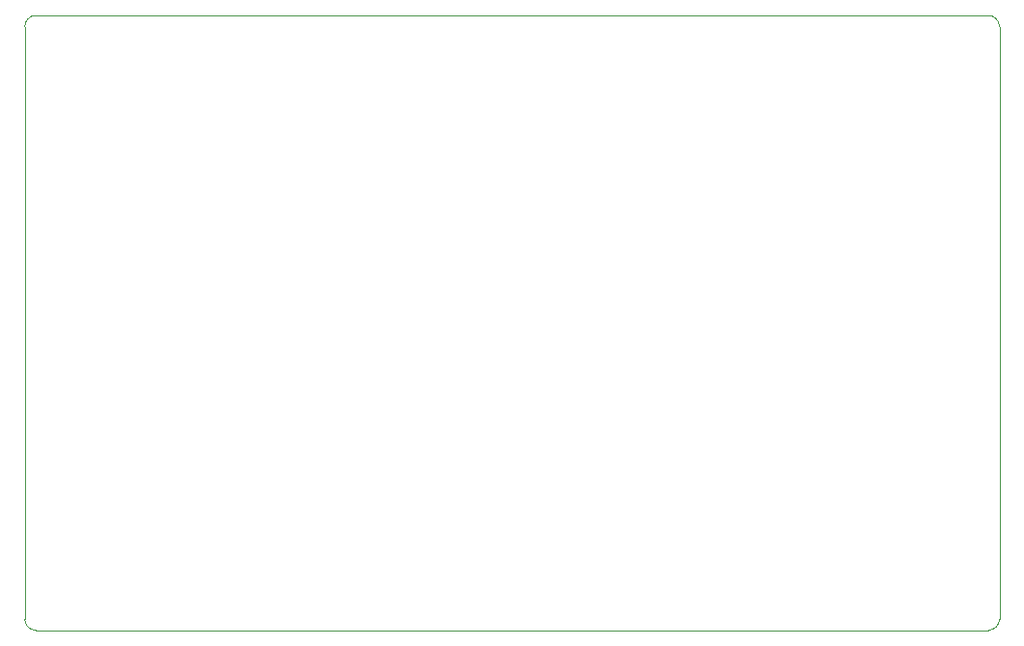
<source format=gbr>
%TF.GenerationSoftware,KiCad,Pcbnew,9.0.3*%
%TF.CreationDate,2025-09-06T00:14:14-07:00*%
%TF.ProjectId,business_card,62757369-6e65-4737-935f-636172642e6b,1.0*%
%TF.SameCoordinates,Original*%
%TF.FileFunction,Profile,NP*%
%FSLAX46Y46*%
G04 Gerber Fmt 4.6, Leading zero omitted, Abs format (unit mm)*
G04 Created by KiCad (PCBNEW 9.0.3) date 2025-09-06 00:14:14*
%MOMM*%
%LPD*%
G01*
G04 APERTURE LIST*
%TA.AperFunction,Profile*%
%ADD10C,0.050000*%
%TD*%
G04 APERTURE END LIST*
D10*
X176450000Y-67925000D02*
X260050000Y-67925000D01*
X260050000Y-121925000D02*
X176450000Y-121925000D01*
X261050000Y-68925000D02*
X261050000Y-120925000D01*
X176450000Y-121925000D02*
G75*
G02*
X175449979Y-120925000I-21J1000000D01*
G01*
X175450000Y-120925000D02*
X175450000Y-68925000D01*
X175450000Y-68925000D02*
G75*
G02*
X176450000Y-67925021I999979J0D01*
G01*
X260050000Y-67925000D02*
G75*
G02*
X261049979Y-68925000I-21J-1000000D01*
G01*
X261050000Y-120925000D02*
G75*
G02*
X260050000Y-121925021I-1000021J0D01*
G01*
M02*

</source>
